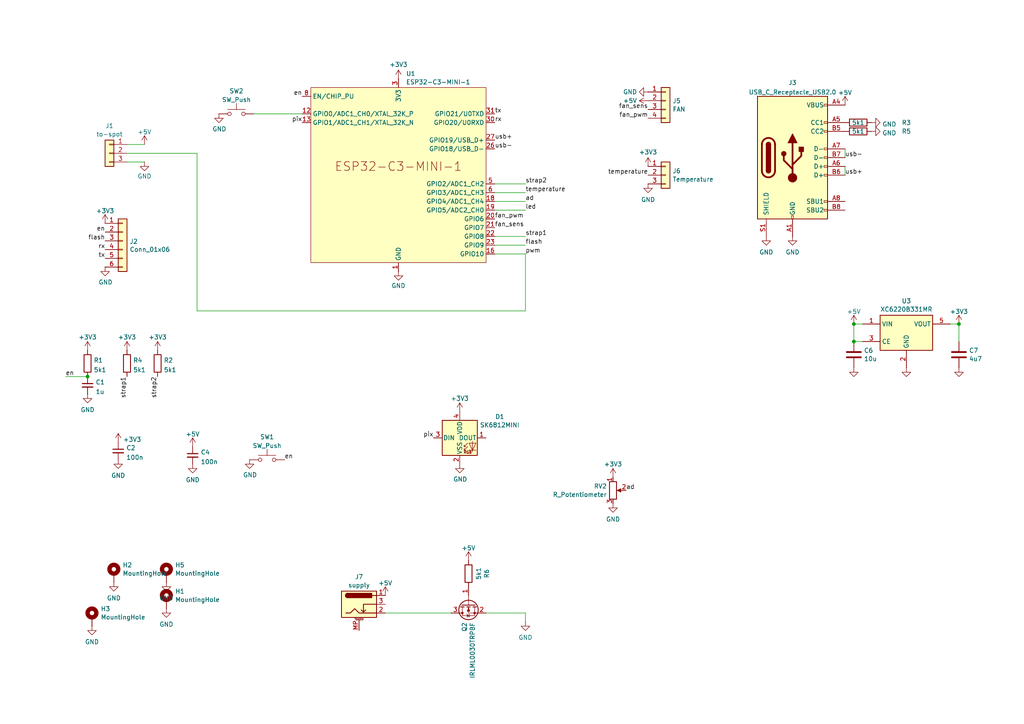
<source format=kicad_sch>
(kicad_sch (version 20231120) (generator "eeschema") (generator_version "8.0")
  (paper "A4")
  (lib_symbols
    (symbol "0_aaaaa_yeah:R" (pin_numbers hide) (pin_names (offset 0))
      (property "Reference" "R" (at 2.032 0 90))
      (property "Value" "R" (at 0 0 90))
      (symbol "R_0_1"
        (rectangle (start -1.016 -2.54) (end 1.016 2.54) (stroke (width 0.254)))
      )
      (symbol "R_1_1"
        (pin passive line (at 0 3.81 270) (length 1.27) (name "~") (number "1"))
        (pin passive line (at 0 -3.81 90) (length 1.27) (name "~") (number "2"))
      )
    )
    (symbol "Anyma_Library:IRLML2502PBF" (pin_names (offset 0) hide)
      (property "Reference" "Q" (at 5.08 1.905 0))
      (property "Value" "IRLML2502PBF" (at 5.08 0 0))
      (symbol "IRLML2502PBF_0_1"
        (polyline (pts (xy -2.54 0) (xy 0.254 0)))
        (polyline (pts (xy 0.762 -1.778) (xy 2.54 -1.778)))
        (polyline (pts (xy 0.762 -1.27) (xy 0.762 -2.286)) (stroke (width 0.254)))
        (polyline (pts (xy 0.762 0) (xy 2.54 0)))
        (polyline (pts (xy 0.762 0.508) (xy 0.762 -0.508)) (stroke (width 0.254)))
        (polyline (pts (xy 0.762 1.778) (xy 2.54 1.778)))
        (polyline (pts (xy 0.762 2.286) (xy 0.762 1.27)) (stroke (width 0.254)))
        (polyline (pts (xy 2.54 -1.778) (xy 2.54 -2.54)))
        (polyline (pts (xy 2.54 -1.778) (xy 2.54 0)))
        (polyline (pts (xy 2.54 2.54) (xy 2.54 1.778)))
        (polyline (pts (xy 0.254 1.905) (xy 0.254 -1.905) (xy 0.254 -1.905)) (stroke (width 0.254)))
        (polyline (pts (xy 1.016 0) (xy 2.032 0.381) (xy 2.032 -0.381) (xy 1.016 0)) (fill (type outline)))
        (polyline (pts (xy 2.54 -1.778) (xy 3.302 -1.778) (xy 3.302 1.778) (xy 2.54 1.778)))
        (polyline (pts (xy 2.794 0.508) (xy 2.921 0.381) (xy 3.683 0.381) (xy 3.81 0.254)))
        (polyline (pts (xy 3.302 0.381) (xy 2.921 -0.254) (xy 3.683 -0.254) (xy 3.302 0.381)))
        (circle (center 1.651 0) (radius 2.8194) (stroke (width 0.254)))
        (circle (center 2.54 -1.778) (radius 0.2794) (fill (type outline)))
        (circle (center 2.54 1.778) (radius 0.2794) (fill (type outline)))
      )
      (symbol "IRLML2502PBF_1_1"
        (pin input line (at -5.08 0 0) (length 2.54) (name "G") (number "1"))
        (pin passive line (at 2.54 -5.08 90) (length 2.54) (name "S") (number "2"))
        (pin passive line (at 2.54 5.08 270) (length 2.54) (name "D") (number "3"))
      )
    )
    (symbol "Connector:Barrel_Jack_Switch_MountingPin" (pin_names hide)
      (property "Reference" "J" (at 0 5.334 0))
      (property "Value" "Barrel_Jack_Switch_MountingPin" (at 1.27 -6.35 0))
      (symbol "Barrel_Jack_Switch_MountingPin_0_1"
        (rectangle (start -5.08 3.81) (end 5.08 -3.81) (stroke (width 0.254)) (fill (type background)))
        (arc (start -3.302 3.175) (mid -3.9343 2.54) (end -3.302 1.905) (stroke (width 0.254)))
        (arc (start -3.302 3.175) (mid -3.9343 2.54) (end -3.302 1.905) (stroke (width 0.254)) (fill (type outline)))
        (polyline (pts (xy 1.27 -2.286) (xy 1.905 -1.651)) (stroke (width 0.254)))
        (polyline (pts (xy 5.08 2.54) (xy 3.81 2.54)) (stroke (width 0.254)))
        (polyline (pts (xy 5.08 0) (xy 1.27 0) (xy 1.27 -2.286) (xy 0.635 -1.651)) (stroke (width 0.254)))
        (polyline (pts (xy -3.81 -2.54) (xy -2.54 -2.54) (xy -1.27 -1.27) (xy 0 -2.54) (xy 2.54 -2.54) (xy 5.08 -2.54)) (stroke (width 0.254)))
        (rectangle (start 3.683 3.175) (end -3.302 1.905) (stroke (width 0.254)) (fill (type outline)))
      )
      (symbol "Barrel_Jack_Switch_MountingPin_1_1"
        (polyline (pts (xy -1.016 -4.572) (xy 1.016 -4.572)) (stroke (width 0.1524)))
        (text "Mounting" (at 0 -4.191 0) (effects (font (size 0.381 0.381))))
        (pin passive line (at 7.62 2.54 180) (length 2.54) (name "~") (number "1"))
        (pin passive line (at 7.62 -2.54 180) (length 2.54) (name "~") (number "2"))
        (pin passive line (at 7.62 0 180) (length 2.54) (name "~") (number "3"))
        (pin passive line (at 0 -7.62 90) (length 3.048) (name "MountPin") (number "MP"))
      )
    )
    (symbol "Connector:USB_C_Receptacle_USB2.0" (pin_names (offset 1.016))
      (property "Reference" "J" (at -10.16 19.05 0))
      (property "Value" "USB_C_Receptacle_USB2.0" (at 19.05 19.05 0))
      (symbol "USB_C_Receptacle_USB2.0_0_0"
        (rectangle (start -0.254 -17.78) (end 0.254 -16.764))
        (rectangle (start 10.16 -14.986) (end 9.144 -15.494))
        (rectangle (start 10.16 -12.446) (end 9.144 -12.954))
        (rectangle (start 10.16 -4.826) (end 9.144 -5.334))
        (rectangle (start 10.16 -2.286) (end 9.144 -2.794))
        (rectangle (start 10.16 0.254) (end 9.144 -0.254))
        (rectangle (start 10.16 2.794) (end 9.144 2.286))
        (rectangle (start 10.16 7.874) (end 9.144 7.366))
        (rectangle (start 10.16 10.414) (end 9.144 9.906))
        (rectangle (start 10.16 15.494) (end 9.144 14.986))
      )
      (symbol "USB_C_Receptacle_USB2.0_0_1"
        (rectangle (start -10.16 17.78) (end 10.16 -17.78) (stroke (width 0.254)) (fill (type background)))
        (arc (start -8.89 -3.81) (mid -6.985 -5.7066) (end -5.08 -3.81) (stroke (width 0.508)))
        (arc (start -7.62 -3.81) (mid -6.985 -4.4422) (end -6.35 -3.81) (stroke (width 0.254)))
        (arc (start -7.62 -3.81) (mid -6.985 -4.4422) (end -6.35 -3.81) (stroke (width 0.254)) (fill (type outline)))
        (rectangle (start -7.62 -3.81) (end -6.35 3.81) (stroke (width 0.254)) (fill (type outline)))
        (arc (start -6.35 3.81) (mid -6.985 4.4422) (end -7.62 3.81) (stroke (width 0.254)))
        (arc (start -6.35 3.81) (mid -6.985 4.4422) (end -7.62 3.81) (stroke (width 0.254)) (fill (type outline)))
        (arc (start -5.08 3.81) (mid -6.985 5.7066) (end -8.89 3.81) (stroke (width 0.508)))
        (circle (center -2.54 1.143) (radius 0.635) (stroke (width 0.254)) (fill (type outline)))
        (circle (center 0 -5.842) (radius 1.27) (fill (type outline)))
        (polyline (pts (xy -8.89 -3.81) (xy -8.89 3.81)) (stroke (width 0.508)))
        (polyline (pts (xy -5.08 3.81) (xy -5.08 -3.81)) (stroke (width 0.508)))
        (polyline (pts (xy 0 -5.842) (xy 0 4.318)) (stroke (width 0.508)))
        (polyline (pts (xy 0 -3.302) (xy -2.54 -0.762) (xy -2.54 0.508)) (stroke (width 0.508)))
        (polyline (pts (xy 0 -2.032) (xy 2.54 0.508) (xy 2.54 1.778)) (stroke (width 0.508)))
        (polyline (pts (xy -1.27 4.318) (xy 0 6.858) (xy 1.27 4.318) (xy -1.27 4.318)) (stroke (width 0.254)) (fill (type outline)))
        (rectangle (start 1.905 1.778) (end 3.175 3.048) (stroke (width 0.254)) (fill (type outline)))
      )
      (symbol "USB_C_Receptacle_USB2.0_1_1"
        (pin passive line (at 0 -22.86 90) (length 5.08) (name "GND") (number "A1"))
        (pin passive line (at 0 -22.86 90) (length 5.08) hide (name "GND") (number "A12"))
        (pin passive line (at 15.24 15.24 180) (length 5.08) (name "VBUS") (number "A4"))
        (pin bidirectional line (at 15.24 10.16 180) (length 5.08) (name "CC1") (number "A5"))
        (pin bidirectional line (at 15.24 -2.54 180) (length 5.08) (name "D+") (number "A6"))
        (pin bidirectional line (at 15.24 2.54 180) (length 5.08) (name "D-") (number "A7"))
        (pin bidirectional line (at 15.24 -12.7 180) (length 5.08) (name "SBU1") (number "A8"))
        (pin passive line (at 15.24 15.24 180) (length 5.08) hide (name "VBUS") (number "A9"))
        (pin passive line (at 0 -22.86 90) (length 5.08) hide (name "GND") (number "B1"))
        (pin passive line (at 0 -22.86 90) (length 5.08) hide (name "GND") (number "B12"))
        (pin passive line (at 15.24 15.24 180) (length 5.08) hide (name "VBUS") (number "B4"))
        (pin bidirectional line (at 15.24 7.62 180) (length 5.08) (name "CC2") (number "B5"))
        (pin bidirectional line (at 15.24 -5.08 180) (length 5.08) (name "D+") (number "B6"))
        (pin bidirectional line (at 15.24 0 180) (length 5.08) (name "D-") (number "B7"))
        (pin bidirectional line (at 15.24 -15.24 180) (length 5.08) (name "SBU2") (number "B8"))
        (pin passive line (at 15.24 15.24 180) (length 5.08) hide (name "VBUS") (number "B9"))
        (pin passive line (at -7.62 -22.86 90) (length 5.08) (name "SHIELD") (number "S1"))
      )
    )
    (symbol "Connector_Generic:Conn_01x03" (pin_names (offset 1.016) hide)
      (property "Reference" "J" (at 0 5.08 0))
      (property "Value" "Conn_01x03" (at 0 -5.08 0))
      (symbol "Conn_01x03_1_1"
        (rectangle (start -1.27 -2.413) (end 0 -2.667) (stroke (width 0.1524)))
        (rectangle (start -1.27 0.127) (end 0 -0.127) (stroke (width 0.1524)))
        (rectangle (start -1.27 2.667) (end 0 2.413) (stroke (width 0.1524)))
        (rectangle (start -1.27 3.81) (end 1.27 -3.81) (stroke (width 0.254)) (fill (type background)))
        (pin passive line (at -5.08 2.54 0) (length 3.81) (name "Pin_1") (number "1"))
        (pin passive line (at -5.08 0 0) (length 3.81) (name "Pin_2") (number "2"))
        (pin passive line (at -5.08 -2.54 0) (length 3.81) (name "Pin_3") (number "3"))
      )
    )
    (symbol "Connector_Generic:Conn_01x04" (pin_names (offset 1.016) hide)
      (property "Reference" "J" (at 0 5.08 0))
      (property "Value" "Conn_01x04" (at 0 -7.62 0))
      (symbol "Conn_01x04_1_1"
        (rectangle (start -1.27 -4.953) (end 0 -5.207) (stroke (width 0.1524)))
        (rectangle (start -1.27 -2.413) (end 0 -2.667) (stroke (width 0.1524)))
        (rectangle (start -1.27 0.127) (end 0 -0.127) (stroke (width 0.1524)))
        (rectangle (start -1.27 2.667) (end 0 2.413) (stroke (width 0.1524)))
        (rectangle (start -1.27 3.81) (end 1.27 -6.35) (stroke (width 0.254)) (fill (type background)))
        (pin passive line (at -5.08 2.54 0) (length 3.81) (name "Pin_1") (number "1"))
        (pin passive line (at -5.08 0 0) (length 3.81) (name "Pin_2") (number "2"))
        (pin passive line (at -5.08 -2.54 0) (length 3.81) (name "Pin_3") (number "3"))
        (pin passive line (at -5.08 -5.08 0) (length 3.81) (name "Pin_4") (number "4"))
      )
    )
    (symbol "Connector_Generic:Conn_01x06" (pin_names (offset 1.016) hide)
      (property "Reference" "J" (at 0 7.62 0))
      (property "Value" "Conn_01x06" (at 0 -10.16 0))
      (symbol "Conn_01x06_1_1"
        (rectangle (start -1.27 -7.493) (end 0 -7.747) (stroke (width 0.1524)))
        (rectangle (start -1.27 -4.953) (end 0 -5.207) (stroke (width 0.1524)))
        (rectangle (start -1.27 -2.413) (end 0 -2.667) (stroke (width 0.1524)))
        (rectangle (start -1.27 0.127) (end 0 -0.127) (stroke (width 0.1524)))
        (rectangle (start -1.27 2.667) (end 0 2.413) (stroke (width 0.1524)))
        (rectangle (start -1.27 5.207) (end 0 4.953) (stroke (width 0.1524)))
        (rectangle (start -1.27 6.35) (end 1.27 -8.89) (stroke (width 0.254)) (fill (type background)))
        (pin passive line (at -5.08 5.08 0) (length 3.81) (name "Pin_1") (number "1"))
        (pin passive line (at -5.08 2.54 0) (length 3.81) (name "Pin_2") (number "2"))
        (pin passive line (at -5.08 0 0) (length 3.81) (name "Pin_3") (number "3"))
        (pin passive line (at -5.08 -2.54 0) (length 3.81) (name "Pin_4") (number "4"))
        (pin passive line (at -5.08 -5.08 0) (length 3.81) (name "Pin_5") (number "5"))
        (pin passive line (at -5.08 -7.62 0) (length 3.81) (name "Pin_6") (number "6"))
      )
    )
    (symbol "Device:C" (pin_numbers hide) (pin_names (offset 0.254))
      (property "Reference" "C" (at 0.635 2.54 0))
      (property "Value" "C" (at 0.635 -2.54 0))
      (symbol "C_0_1"
        (polyline (pts (xy -2.032 -0.762) (xy 2.032 -0.762)) (stroke (width 0.508)))
        (polyline (pts (xy -2.032 0.762) (xy 2.032 0.762)) (stroke (width 0.508)))
      )
      (symbol "C_1_1"
        (pin passive line (at 0 3.81 270) (length 2.794) (name "~") (number "1"))
        (pin passive line (at 0 -3.81 90) (length 2.794) (name "~") (number "2"))
      )
    )
    (symbol "Device:R" (pin_numbers hide) (pin_names (offset 0))
      (property "Reference" "R" (at 2.032 0 90))
      (property "Value" "R" (at 0 0 90))
      (symbol "R_0_1"
        (rectangle (start -1.016 -2.54) (end 1.016 2.54) (stroke (width 0.254)))
      )
      (symbol "R_1_1"
        (pin passive line (at 0 3.81 270) (length 1.27) (name "~") (number "1"))
        (pin passive line (at 0 -3.81 90) (length 1.27) (name "~") (number "2"))
      )
    )
    (symbol "Device:R_Potentiometer" (pin_names (offset 1.016) hide)
      (property "Reference" "RV" (at -4.445 0 90))
      (property "Value" "R_Potentiometer" (at -2.54 0 90))
      (symbol "R_Potentiometer_0_1"
        (polyline (pts (xy 2.54 0) (xy 1.524 0)))
        (polyline (pts (xy 1.143 0) (xy 2.286 0.508) (xy 2.286 -0.508) (xy 1.143 0)) (fill (type outline)))
        (rectangle (start 1.016 2.54) (end -1.016 -2.54) (stroke (width 0.254)))
      )
      (symbol "R_Potentiometer_1_1"
        (pin passive line (at 0 3.81 270) (length 1.27) (name "1") (number "1"))
        (pin passive line (at 3.81 0 180) (length 1.27) (name "2") (number "2"))
        (pin passive line (at 0 -3.81 90) (length 1.27) (name "3") (number "3"))
      )
    )
    (symbol "Mechanical:MountingHole_Pad" (pin_numbers hide) (pin_names (offset 1.016) hide) (exclude_from_sim yes) (in_bom no)
      (property "Reference" "H" (at 0 6.35 0))
      (property "Value" "MountingHole_Pad" (at 0 4.445 0))
      (symbol "MountingHole_Pad_0_1"
        (circle (center 0 1.27) (radius 1.27) (stroke (width 1.27)))
      )
      (symbol "MountingHole_Pad_1_1"
        (pin input line (at 0 -2.54 90) (length 2.54) (name "1") (number "1"))
      )
    )
    (symbol "PCM_Espressif:ESP32-C3-MINI-1"
      (property "Reference" "U" (at -25.4 30.48 0))
      (property "Value" "ESP32-C3-MINI-1" (at -25.4 27.94 0))
      (symbol "ESP32-C3-MINI-1_0_0"
        (text "ESP32-C3-MINI-1" (at 0 2.54 0) (effects (font (size 2.54 2.54))))
      )
      (symbol "ESP32-C3-MINI-1_0_1"
        (rectangle (start -25.4 25.4) (end 25.4 -25.4) (fill (type background)))
      )
      (symbol "ESP32-C3-MINI-1_1_1"
        (pin power_in line (at 0 -27.94 90) (length 2.54) (name "GND") (number "1"))
        (pin no_connect line (at -25.4 2.54 0) (length 2.54) hide (name "NC") (number "10"))
        (pin passive line (at 0 -27.94 90) (length 2.54) hide (name "GND") (number "11"))
        (pin bidirectional line (at -27.94 17.78 0) (length 2.54) (name "GPIO0/ADC1_CH0/XTAL_32K_P") (number "12"))
        (pin bidirectional line (at -27.94 15.24 0) (length 2.54) (name "GPIO1/ADC1_CH1/XTAL_32K_N") (number "13"))
        (pin passive line (at 0 -27.94 90) (length 2.54) hide (name "GND") (number "14"))
        (pin no_connect line (at -25.4 0 0) (length 2.54) hide (name "NC") (number "15"))
        (pin bidirectional line (at 27.94 -22.86 180) (length 2.54) (name "GPIO10") (number "16"))
        (pin no_connect line (at -25.4 -2.54 0) (length 2.54) hide (name "NC") (number "17"))
        (pin bidirectional line (at 27.94 -7.62 180) (length 2.54) (name "GPIO4/ADC1_CH4") (number "18"))
        (pin bidirectional line (at 27.94 -10.16 180) (length 2.54) (name "GPIO5/ADC2_CH0") (number "19"))
        (pin passive line (at 0 -27.94 90) (length 2.54) hide (name "GND") (number "2"))
        (pin bidirectional line (at 27.94 -12.7 180) (length 2.54) (name "GPIO6") (number "20"))
        (pin bidirectional line (at 27.94 -15.24 180) (length 2.54) (name "GPIO7") (number "21"))
        (pin bidirectional line (at 27.94 -17.78 180) (length 2.54) (name "GPIO8") (number "22"))
        (pin bidirectional line (at 27.94 -20.32 180) (length 2.54) (name "GPIO9") (number "23"))
        (pin no_connect line (at -25.4 -5.08 0) (length 2.54) hide (name "NC") (number "24"))
        (pin no_connect line (at -25.4 -7.62 0) (length 2.54) hide (name "NC") (number "25"))
        (pin bidirectional line (at 27.94 7.62 180) (length 2.54) (name "GPIO18/USB_D-") (number "26"))
        (pin bidirectional line (at 27.94 10.16 180) (length 2.54) (name "GPIO19/USB_D+") (number "27"))
        (pin no_connect line (at -25.4 -10.16 0) (length 2.54) hide (name "NC") (number "28"))
        (pin no_connect line (at -25.4 -12.7 0) (length 2.54) hide (name "NC") (number "29"))
        (pin power_in line (at 0 27.94 270) (length 2.54) (name "3V3") (number "3"))
        (pin bidirectional line (at 27.94 15.24 180) (length 2.54) (name "GPIO20/U0RXD") (number "30"))
        (pin bidirectional line (at 27.94 17.78 180) (length 2.54) (name "GPIO21/U0TXD") (number "31"))
        (pin no_connect line (at -25.4 -15.24 0) (length 2.54) hide (name "NC") (number "32"))
        (pin no_connect line (at -25.4 -17.78 0) (length 2.54) hide (name "NC") (number "33"))
        (pin no_connect line (at -25.4 -20.32 0) (length 2.54) hide (name "NC") (number "34"))
        (pin no_connect line (at -25.4 -22.86 0) (length 2.54) hide (name "NC") (number "35"))
        (pin passive line (at 0 -27.94 90) (length 2.54) hide (name "GND") (number "36"))
        (pin passive line (at 0 -27.94 90) (length 2.54) hide (name "GND") (number "37"))
        (pin passive line (at 0 -27.94 90) (length 2.54) hide (name "GND") (number "38"))
        (pin passive line (at 0 -27.94 90) (length 2.54) hide (name "GND") (number "39"))
        (pin no_connect line (at -25.4 10.16 0) (length 2.54) hide (name "NC") (number "4"))
        (pin passive line (at 0 -27.94 90) (length 2.54) hide (name "GND") (number "40"))
        (pin passive line (at 0 -27.94 90) (length 2.54) hide (name "GND") (number "41"))
        (pin passive line (at 0 -27.94 90) (length 2.54) hide (name "GND") (number "42"))
        (pin passive line (at 0 -27.94 90) (length 2.54) hide (name "GND") (number "43"))
        (pin passive line (at 0 -27.94 90) (length 2.54) hide (name "GND") (number "44"))
        (pin passive line (at 0 -27.94 90) (length 2.54) hide (name "GND") (number "45"))
        (pin passive line (at 0 -27.94 90) (length 2.54) hide (name "GND") (number "46"))
        (pin passive line (at 0 -27.94 90) (length 2.54) hide (name "GND") (number "47"))
        (pin passive line (at 0 -27.94 90) (length 2.54) hide (name "GND") (number "48"))
        (pin passive line (at 0 -27.94 90) (length 2.54) hide (name "GND") (number "49"))
        (pin bidirectional line (at 27.94 -2.54 180) (length 2.54) (name "GPIO2/ADC1_CH2") (number "5"))
        (pin passive line (at 0 -27.94 90) (length 2.54) hide (name "GND") (number "50"))
        (pin passive line (at 0 -27.94 90) (length 2.54) hide (name "GND") (number "51"))
        (pin passive line (at 0 -27.94 90) (length 2.54) hide (name "GND") (number "52"))
        (pin passive line (at 0 -27.94 90) (length 2.54) hide (name "GND") (number "53"))
        (pin bidirectional line (at 27.94 -5.08 180) (length 2.54) (name "GPIO3/ADC1_CH3") (number "6"))
        (pin no_connect line (at -25.4 7.62 0) (length 2.54) hide (name "NC") (number "7"))
        (pin input line (at -27.94 22.86 0) (length 2.54) (name "EN/CHIP_PU") (number "8"))
        (pin no_connect line (at -25.4 5.08 0) (length 2.54) hide (name "NC") (number "9"))
      )
    )
    (symbol "Regulator_Linear:XC6220B331MR"
      (property "Reference" "U" (at 0 8.89 0))
      (property "Value" "XC6220B331MR" (at 0 6.35 0))
      (symbol "XC6220B331MR_0_1"
        (rectangle (start -7.62 5.08) (end 7.62 -5.08) (stroke (width 0.254)) (fill (type background)))
      )
      (symbol "XC6220B331MR_1_1"
        (pin power_in line (at -12.7 2.54 0) (length 5.08) (name "VIN") (number "1"))
        (pin power_in line (at 0 -10.16 90) (length 5.08) (name "GND") (number "2"))
        (pin input line (at -12.7 -2.54 0) (length 5.08) (name "CE") (number "3"))
        (pin no_connect line (at 7.62 -2.54 180) (length 5.08) hide (name "NC") (number "4"))
        (pin power_out line (at 12.7 2.54 180) (length 5.08) (name "VOUT") (number "5"))
      )
    )
    (symbol "nime2020-library:SW_Push" (pin_numbers hide) (pin_names (offset 1.016) hide)
      (property "Reference" "SW" (at 1.27 2.54 0))
      (property "Value" "SW_Push" (at 0 -1.524 0))
      (symbol "SW_Push_0_1"
        (circle (center -2.032 0) (radius 0.508))
        (polyline (pts (xy 0 1.27) (xy 0 3.048)))
        (polyline (pts (xy 2.54 1.27) (xy -2.54 1.27)))
        (circle (center 2.032 0) (radius 0.508))
        (pin passive line (at -5.08 0 0) (length 2.54) (name "1") (number "1"))
        (pin passive line (at 5.08 0 180) (length 2.54) (name "2") (number "2"))
      )
    )
    (symbol "power:+3V3" (power) (pin_numbers hide) (pin_names (offset 0) hide)
      (property "Value" "+3V3" (at 0 3.556 0))
      (symbol "+3V3_0_1"
        (polyline (pts (xy -0.762 1.27) (xy 0 2.54)))
        (polyline (pts (xy 0 0) (xy 0 2.54)))
        (polyline (pts (xy 0 2.54) (xy 0.762 1.27)))
      )
      (symbol "+3V3_1_1"
        (pin power_in line (at 0 0 90) (length 0) (name "~") (number "1"))
      )
    )
    (symbol "power:+5V" (power) (pin_names (offset 0))
      (property "Value" "+5V" (at 0 3.556 0))
      (symbol "+5V_0_1"
        (polyline (pts (xy -0.762 1.27) (xy 0 2.54)))
        (polyline (pts (xy 0 0) (xy 0 2.54)))
        (polyline (pts (xy 0 2.54) (xy 0.762 1.27)))
      )
      (symbol "+5V_1_1"
        (pin power_in line (at 0 0 90) (length 0) hide (name "+5V") (number "1"))
      )
    )
    (symbol "power:GND" (power) (pin_numbers hide) (pin_names (offset 0) hide)
      (property "Value" "GND" (at 0 -3.81 0))
      (symbol "GND_0_1"
        (polyline (pts (xy 0 0) (xy 0 -1.27) (xy 1.27 -1.27) (xy 0 -2.54) (xy -1.27 -1.27) (xy 0 -1.27)))
      )
      (symbol "GND_1_1"
        (pin power_in line (at 0 0 270) (length 0) (name "~") (number "1"))
      )
    )
    (symbol "synkie_symbols:C_Small" (pin_numbers hide) (pin_names (offset 0.254) hide)
      (property "Reference" "C" (at 0.254 1.778 0))
      (property "Value" "C_Small" (at 0.254 -2.032 0))
      (symbol "C_Small_0_1"
        (polyline (pts (xy -1.524 -0.508) (xy 1.524 -0.508)) (stroke (width 0.3302)))
        (polyline (pts (xy -1.524 0.508) (xy 1.524 0.508)) (stroke (width 0.3048)))
      )
      (symbol "C_Small_1_1"
        (pin passive line (at 0 2.54 270) (length 2.032) (name "~") (number "1"))
        (pin passive line (at 0 -2.54 90) (length 2.032) (name "~") (number "2"))
      )
    )
    (symbol "synkie_symbols:SK6812MINI" (pin_names (offset 0.254))
      (property "Reference" "D" (at 5.08 5.715 0))
      (property "Value" "SK6812MINI" (at 1.27 -5.715 0))
      (symbol "SK6812MINI_0_0"
        (text "RGB" (at 2.286 -4.191 0) (effects (font (size 0.762 0.762))))
      )
      (symbol "SK6812MINI_0_1"
        (polyline (pts (xy 1.27 -3.556) (xy 1.778 -3.556)))
        (polyline (pts (xy 1.27 -2.54) (xy 1.778 -2.54)))
        (polyline (pts (xy 4.699 -3.556) (xy 2.667 -3.556)))
        (polyline (pts (xy 2.286 -2.54) (xy 1.27 -3.556) (xy 1.27 -3.048)))
        (polyline (pts (xy 2.286 -1.524) (xy 1.27 -2.54) (xy 1.27 -2.032)))
        (polyline (pts (xy 3.683 -1.016) (xy 3.683 -3.556) (xy 3.683 -4.064)))
        (polyline (pts (xy 4.699 -1.524) (xy 2.667 -1.524) (xy 3.683 -3.556) (xy 4.699 -1.524)))
        (rectangle (start 5.08 5.08) (end -5.08 -5.08) (stroke (width 0.254)) (fill (type background)))
      )
      (symbol "SK6812MINI_1_1"
        (pin output line (at 7.62 0 180) (length 2.54) (name "DOUT") (number "1"))
        (pin power_in line (at 0 -7.62 90) (length 2.54) (name "VSS") (number "2"))
        (pin input line (at -7.62 0 0) (length 2.54) (name "DIN") (number "3"))
        (pin power_in line (at 0 7.62 270) (length 2.54) (name "VDD") (number "4"))
      )
    )
  )
  (junction (at 25.4 109.22))
  (junction (at 278.13 93.98))
  (junction (at 247.65 99.06))
  (junction (at 247.65 93.98))
  (wire (pts (xy 19.05 109.22) (xy 25.4 109.22)))
  (wire (pts (xy 57.15 90.17) (xy 57.15 44.45)))
  (wire (pts (xy 140.97 177.8) (xy 152.4 177.8)))
  (wire (pts (xy 73.66 33.02) (xy 87.63 33.02)))
  (wire (pts (xy 57.15 44.45) (xy 36.83 44.45)))
  (wire (pts (xy 152.4 53.34) (xy 143.51 53.34)))
  (wire (pts (xy 143.51 60.96) (xy 152.4 60.96)))
  (wire (pts (xy 278.13 93.98) (xy 278.13 99.06)))
  (wire (pts (xy 36.83 41.91) (xy 41.91 41.91)))
  (wire (pts (xy 152.4 177.8) (xy 152.4 180.34)))
  (wire (pts (xy 152.4 90.17) (xy 57.15 90.17)))
  (wire (pts (xy 245.11 48.26) (xy 245.11 50.8)))
  (wire (pts (xy 247.65 93.98) (xy 250.19 93.98)))
  (wire (pts (xy 247.65 99.06) (xy 247.65 93.98)))
  (wire (pts (xy 143.51 71.12) (xy 152.4 71.12)))
  (wire (pts (xy 275.59 93.98) (xy 278.13 93.98)))
  (wire (pts (xy 143.51 55.88) (xy 152.4 55.88)))
  (wire (pts (xy 143.51 73.66) (xy 152.4 73.66)))
  (wire (pts (xy 152.4 73.66) (xy 152.4 90.17)))
  (wire (pts (xy 152.4 68.58) (xy 143.51 68.58)))
  (wire (pts (xy 111.76 177.8) (xy 130.81 177.8)))
  (wire (pts (xy 245.11 43.18) (xy 245.11 45.72)))
  (wire (pts (xy 250.19 99.06) (xy 247.65 99.06)))
  (wire (pts (xy 143.51 58.42) (xy 152.4 58.42)))
  (wire (pts (xy 36.83 46.99) (xy 41.91 46.99)))
  (label "temperature" (at 187.96 50.8 180))
  (label "fan_sens" (at 143.51 66.04 0))
  (label "fan_sens" (at 187.96 31.75 180))
  (label "ad" (at 181.61 142.24 0))
  (label "usb-" (at 245.11 45.72 0))
  (label "en" (at 87.63 27.94 180))
  (label "fan_pwm" (at 187.96 34.29 180))
  (label "pwm" (at 152.4 73.66 0))
  (label "pix" (at 87.63 35.56 180))
  (label "tx" (at 143.51 33.02 0))
  (label "strap2" (at 152.4 53.34 0))
  (label "usb+" (at 143.51 40.64 0))
  (label "rx" (at 143.51 35.56 0))
  (label "en" (at 19.05 109.22 0))
  (label "en" (at 82.55 133.35 0))
  (label "flash" (at 30.48 69.85 180))
  (label "tx" (at 30.48 74.93 180))
  (label "strap1" (at 36.83 109.22 270))
  (label "temperature" (at 152.4 55.88 0))
  (label "fan_pwm" (at 143.51 63.5 0))
  (label "strap1" (at 152.4 68.58 0))
  (label "strap2" (at 45.72 109.22 270))
  (label "usb+" (at 245.11 50.8 0))
  (label "usb-" (at 143.51 43.18 0))
  (label "ad" (at 152.4 58.42 0))
  (label "flash" (at 152.4 71.12 0))
  (label "en" (at 30.48 67.31 180))
  (label "rx" (at 30.48 72.39 180))
  (label "led" (at 152.4 60.96 0))
  (label "pix" (at 125.73 127 180))
  (symbol (lib_id "power:GND") (at 187.96 26.67 270) (unit 1)
    (property "Reference" "#PWR017" (effects (hide yes)))
    (property "Value" "GND" (at 184.7851 26.67 90) (effects (justify right)))
  )
  (symbol (lib_id "power:+5V") (at 41.91 41.91 0) (unit 1)
    (property "Reference" "#PWR010" (effects (hide yes)))
    (property "Value" "+5V" (at 41.91 38.3055 0))
  )
  (symbol (lib_id "Anyma_Library:IRLML2502PBF") (at 135.89 175.26 90) (mirror x) (unit 1)
    (property "Reference" "Q2" (at 134.7216 180.4924 0) (effects (justify left)))
    (property "Value" "IRLML0030TRPBF" (at 137.033 180.4924 0) (effects (justify left)))
    (property "Footprint" "Package_TO_SOT_SMD:SOT-23" (effects (hide yes)))
    (property "Datasheet" "https://www.infineon.com/dgdl/irlml2502.pdf?fileId=5546d462533600a401535667f44d2602" (effects (hide yes)))
  )
  (symbol (lib_id "power:GND") (at 247.65 106.68 0) (mirror y) (unit 1)
    (property "Reference" "#PWR041" (effects (hide yes)))
    (property "Value" "GND" (effects (hide yes)))
  )
  (symbol (lib_id "Regulator_Linear:XC6220B331MR") (at 262.89 96.52 0) (unit 1)
    (property "Reference" "U3" (at 262.89 87.2955 0))
    (property "Value" "XC6220B331MR" (at 262.89 89.7198 0))
    (property "Footprint" "Package_TO_SOT_SMD:SOT-23-5" (effects (hide yes)))
    (property "Datasheet" "https://www.torexsemi.com/file/xc6220/XC6220.pdf" (effects (hide yes)))
    (property "Description" "1A, Low Drop-out Voltage Regulator, Fixed Output 3.3V, SOT-23-5" (effects (hide yes)))
  )
  (symbol (lib_id "power:GND") (at 262.89 106.68 0) (mirror y) (unit 1)
    (property "Reference" "#PWR042" (effects (hide yes)))
    (property "Value" "GND" (effects (hide yes)))
  )
  (symbol (lib_id "PCM_Espressif:ESP32-C3-MINI-1") (at 115.57 50.8 0) (unit 1)
    (property "Reference" "U1" (at 117.7641 21.3825 0) (effects (justify left)))
    (property "Value" "ESP32-C3-MINI-1" (at 117.7641 23.8068 0) (effects (justify left)))
    (property "Footprint" "PCM_Espressif:ESP32-C3-MINI-1" (effects (hide yes)))
    (property "Datasheet" "https://www.espressif.com/sites/default/files/documentation/esp32-c3-mini-1_datasheet_en.pdf" (effects (hide yes)))
    (property "Description" "ESP32-C3-MINI-1 family is an ultra-low-power MCU-based SoC solution that supports 2.4 GHz Wi-Fi and Bluetooth®Low Energy (Bluetooth LE)." (effects (hide yes)))
  )
  (symbol (lib_id "power:+3V3") (at 30.48 64.77 0) (unit 1)
    (property "Reference" "#PWR03" (effects (hide yes)))
    (property "Value" "+3V3" (at 30.48 61.1655 0))
  )
  (symbol (lib_id "nime2020-library:SW_Push") (at 68.58 33.02 0) (unit 1)
    (property "Reference" "SW2" (at 68.58 26.3992 0))
    (property "Value" "SW_Push" (at 68.58 28.9361 0))
    (property "Footprint" "synkie_footprints:Alps_Tactile_Switch" (effects (hide yes)))
  )
  (symbol (lib_id "synkie_symbols:C_Small") (at 55.88 132.08 0) (unit 1)
    (property "Reference" "C4" (at 58.2041 131.1778 0) (effects (justify left)))
    (property "Value" "100n" (at 58.2041 133.9529 0) (effects (justify left)))
    (property "Footprint" "synkie_footprints:C_0603_1608Metric_Pad1.05x0.95mm_HandSolder" (effects (hide yes)))
  )
  (symbol (lib_id "power:+3V3") (at 34.29 128.27 0) (unit 1)
    (property "Reference" "#PWR020" (effects (hide yes)))
    (property "Value" "+3V3" (at 35.687 127.479 0) (effects (justify left)))
  )
  (symbol (lib_id "power:+3V3") (at 115.57 22.86 0) (unit 1)
    (property "Reference" "#PWR02" (effects (hide yes)))
    (property "Value" "+3V3" (at 115.57 18.7269 0))
    (property "Description" "Power symbol creates a global label with name \"+3V3\"" (effects (hide yes)))
  )
  (symbol (lib_id "power:GND") (at 177.8 146.05 0) (unit 1)
    (property "Reference" "#PWR036" (effects (hide yes)))
    (property "Value" "GND" (at 177.8 150.6125 0))
  )
  (symbol (lib_id "Device:R_Potentiometer") (at 177.8 142.24 0) (unit 1)
    (property "Reference" "RV2" (at 176.022 141.0278 0) (effects (justify right)))
    (property "Value" "R_Potentiometer" (at 176.022 143.4521 0) (effects (justify right)))
    (property "Footprint" "synkie_footprints:Potentiometer_Alps_RK09K_Single_Vertical" (effects (hide yes)))
    (property "Description" "Potentiometer" (effects (hide yes)))
  )
  (symbol (lib_id "power:GND") (at 55.88 134.62 0) (unit 1)
    (property "Reference" "#PWR025" (effects (hide yes)))
    (property "Value" "GND" (at 55.88 139.1825 0))
  )
  (symbol (lib_id "power:GND") (at 30.48 77.47 0) (unit 1)
    (property "Reference" "#PWR04" (effects (hide yes)))
    (property "Value" "GND" (at 30.607 81.8642 0))
  )
  (symbol (lib_id "power:+3V3") (at 133.35 119.38 0) (unit 1)
    (property "Reference" "#PWR022" (effects (hide yes)))
    (property "Value" "+3V3" (at 133.35 115.57 0))
  )
  (symbol (lib_id "power:+5V") (at 111.76 172.72 0) (mirror y) (unit 1)
    (property "Reference" "#PWR034" (effects (hide yes)))
    (property "Value" "+5V" (at 111.76 169.1155 0))
  )
  (symbol (lib_id "power:GND") (at 25.4 114.3 0) (unit 1)
    (property "Reference" "#PWR06" (effects (hide yes)))
    (property "Value" "GND" (at 25.4 118.8625 0))
  )
  (symbol (lib_id "power:GND") (at 34.29 133.35 0) (unit 1)
    (property "Reference" "#PWR021" (effects (hide yes)))
    (property "Value" "GND" (at 34.29 137.9125 0))
  )
  (symbol (lib_id "nime2020-library:SW_Push") (at 77.47 133.35 0) (unit 1)
    (property "Reference" "SW1" (at 77.47 126.7292 0))
    (property "Value" "SW_Push" (at 77.47 129.2661 0))
    (property "Footprint" "Button_Switch_SMD:SW_Push_1P1T_NO_CK_KMR2" (effects (hide yes)))
  )
  (symbol (lib_id "Connector_Generic:Conn_01x04") (at 193.04 29.21 0) (unit 1)
    (property "Reference" "J5" (at 195.072 29.2678 0) (effects (justify left)))
    (property "Value" "FAN" (at 195.072 31.6921 0) (effects (justify left)))
    (property "Footprint" "Connector_PinHeader_2.54mm:PinHeader_1x04_P2.54mm_Vertical" (effects (hide yes)))
    (property "Description" "Generic connector, single row, 01x04, script generated (kicad-library-utils/schlib/autogen/connector/)" (effects (hide yes)))
  )
  (symbol (lib_id "power:GND") (at 229.87 68.58 0) (unit 1)
    (property "Reference" "#PWR015" (effects (hide yes)))
    (property "Value" "GND" (at 229.87 73.1425 0))
  )
  (symbol (lib_id "power:GND") (at 26.67 181.61 0) (unit 1)
    (property "Reference" "#PWR028" (effects (hide yes)))
    (property "Value" "GND" (at 26.67 186.1725 0))
  )
  (symbol (lib_id "Device:R") (at 135.89 166.37 180) (unit 1)
    (property "Reference" "R6" (at 141.1478 166.37 90))
    (property "Value" "5k1" (at 138.8364 166.37 90))
    (property "Footprint" "Resistor_SMD:R_0805_2012Metric" (effects (hide yes)))
  )
  (symbol (lib_id "power:GND") (at 252.73 35.56 90) (unit 1)
    (property "Reference" "#PWR012" (effects (hide yes)))
    (property "Value" "GND" (at 255.905 36.039 90) (effects (justify right)))
  )
  (symbol (lib_id "power:GND") (at 115.57 78.74 0) (unit 1)
    (property "Reference" "#PWR01" (effects (hide yes)))
    (property "Value" "GND" (at 115.57 82.8731 0))
    (property "Description" "Power symbol creates a global label with name \"GND\" , ground" (effects (hide yes)))
  )
  (symbol (lib_id "power:GND") (at 63.5 33.02 0) (unit 1)
    (property "Reference" "#PWR032" (effects (hide yes)))
    (property "Value" "GND" (at 63.627 37.4142 0))
  )
  (symbol (lib_id "power:GND") (at 252.73 38.1 90) (unit 1)
    (property "Reference" "#PWR013" (effects (hide yes)))
    (property "Value" "GND" (at 255.905 38.579 90) (effects (justify right)))
  )
  (symbol (lib_id "Mechanical:MountingHole_Pad") (at 48.26 166.37 0) (unit 1) (exclude_from_sim yes) (in_bom no)
    (property "Reference" "H5" (at 50.8 163.8878 0) (effects (justify left)))
    (property "Value" "MountingHole" (at 50.8 166.3121 0) (effects (justify left)))
    (property "Footprint" "MountingHole:MountingHole_4.3mm_M4_DIN965_Pad" (effects (hide yes)))
    (property "Description" "Mounting Hole with connection" (effects (hide yes)))
  )
  (symbol (lib_id "power:+3V3") (at 25.4 101.6 0) (unit 1)
    (property "Reference" "#PWR05" (effects (hide yes)))
    (property "Value" "+3V3" (at 25.4 97.79 0))
  )
  (symbol (lib_id "power:GND") (at 48.26 168.91 0) (unit 1)
    (property "Reference" "#PWR031" (effects (hide yes)))
    (property "Value" "GND" (at 48.26 173.4725 0))
  )
  (symbol (lib_id "synkie_symbols:C_Small") (at 25.4 111.76 0) (unit 1)
    (property "Reference" "C1" (at 27.7241 110.8578 0) (effects (justify left)))
    (property "Value" "1u" (at 27.7241 113.6329 0) (effects (justify left)))
    (property "Footprint" "synkie_footprints:C_0603_1608Metric_Pad1.05x0.95mm_HandSolder" (effects (hide yes)))
  )
  (symbol (lib_id "power:+5V") (at 187.96 29.21 90) (unit 1)
    (property "Reference" "#PWR018" (effects (hide yes)))
    (property "Value" "+5V" (at 184.7851 29.21 90) (effects (justify left)))
  )
  (symbol (lib_id "synkie_symbols:C_Small") (at 34.29 130.81 0) (unit 1)
    (property "Reference" "C2" (at 36.6141 129.9078 0) (effects (justify left)))
    (property "Value" "100n" (at 36.6141 132.6829 0) (effects (justify left)))
    (property "Footprint" "synkie_footprints:C_0603_1608Metric_Pad1.05x0.95mm_HandSolder" (effects (hide yes)))
  )
  (symbol (lib_id "power:GND") (at 222.25 68.58 0) (unit 1)
    (property "Reference" "#PWR014" (effects (hide yes)))
    (property "Value" "GND" (at 222.25 73.1425 0))
  )
  (symbol (lib_id "power:+3V3") (at 45.72 101.6 0) (unit 1)
    (property "Reference" "#PWR07" (effects (hide yes)))
    (property "Value" "+3V3" (at 45.72 97.79 0))
  )
  (symbol (lib_id "Connector:USB_C_Receptacle_USB2.0") (at 229.87 45.72 0) (unit 1)
    (property "Reference" "J3" (at 229.87 23.9735 0))
    (property "Value" "USB_C_Receptacle_USB2.0" (at 229.87 26.7486 0))
    (property "Footprint" "synkie_footprints:JAE_USB-C_SJ122205" (effects (hide yes)))
    (property "Datasheet" "https://www.usb.org/sites/default/files/documents/usb_type-c.zip" (effects (hide yes)))
  )
  (symbol (lib_id "power:GND") (at 48.26 176.53 0) (unit 1)
    (property "Reference" "#PWR030" (effects (hide yes)))
    (property "Value" "GND" (at 48.26 181.0925 0))
  )
  (symbol (lib_id "power:GND") (at 152.4 180.34 0) (mirror y) (unit 1)
    (property "Reference" "#PWR026" (effects (hide yes)))
    (property "Value" "GND" (at 152.4 184.9025 0))
  )
  (symbol (lib_id "Device:R") (at 45.72 105.41 0) (unit 1)
    (property "Reference" "R2" (at 47.498 104.5015 0) (effects (justify left)))
    (property "Value" "5k1" (at 47.498 107.2766 0) (effects (justify left)))
    (property "Footprint" "synkie_footprints:R_0805_2012Metric_Pad1.15x1.40mm_HandSolder" (effects (hide yes)))
  )
  (symbol (lib_id "power:+5V") (at 247.65 93.98 0) (unit 1)
    (property "Reference" "#PWR016" (effects (hide yes)))
    (property "Value" "+5V" (at 247.65 90.3755 0))
  )
  (symbol (lib_id "power:GND") (at 133.35 134.62 0) (unit 1)
    (property "Reference" "#PWR019" (effects (hide yes)))
    (property "Value" "GND" (at 133.477 139.0142 0))
  )
  (symbol (lib_id "Mechanical:MountingHole_Pad") (at 26.67 179.07 0) (unit 1) (exclude_from_sim yes) (in_bom no)
    (property "Reference" "H3" (at 29.21 176.5878 0) (effects (justify left)))
    (property "Value" "MountingHole" (at 29.21 179.0121 0) (effects (justify left)))
    (property "Footprint" "MountingHole:MountingHole_4.3mm_M4_DIN965_Pad" (effects (hide yes)))
    (property "Description" "Mounting Hole with connection" (effects (hide yes)))
  )
  (symbol (lib_id "0_aaaaa_yeah:R") (at 248.92 35.56 90) (unit 1)
    (property "Reference" "R3" (at 262.89 35.56 90))
    (property "Value" "5k1" (at 248.92 35.56 90))
    (property "Footprint" "synkie_footprints:R_0805_2012Metric_Pad1.15x1.40mm_HandSolder" (effects (hide yes)))
  )
  (symbol (lib_id "power:GND") (at 33.02 168.91 0) (unit 1)
    (property "Reference" "#PWR029" (effects (hide yes)))
    (property "Value" "GND" (at 33.02 173.4725 0))
  )
  (symbol (lib_id "Connector_Generic:Conn_01x03") (at 193.04 50.8 0) (unit 1)
    (property "Reference" "J6" (at 195.072 49.5878 0) (effects (justify left)))
    (property "Value" "Temperature" (at 195.072 52.0121 0) (effects (justify left)))
    (property "Footprint" "Connector_PinHeader_2.54mm:PinHeader_1x03_P2.54mm_Vertical" (effects (hide yes)))
    (property "Description" "Generic connector, single row, 01x03, script generated (kicad-library-utils/schlib/autogen/connector/)" (effects (hide yes)))
  )
  (symbol (lib_id "power:+3V3") (at 177.8 138.43 0) (unit 1)
    (property "Reference" "#PWR035" (effects (hide yes)))
    (property "Value" "+3V3" (at 177.8 134.62 0))
  )
  (symbol (lib_id "power:GND") (at 187.96 53.34 0) (unit 1)
    (property "Reference" "#PWR038" (effects (hide yes)))
    (property "Value" "GND" (at 187.96 57.9025 0))
  )
  (symbol (lib_id "power:GND") (at 278.13 106.68 0) (mirror y) (unit 1)
    (property "Reference" "#PWR043" (effects (hide yes)))
    (property "Value" "GND" (effects (hide yes)))
  )
  (symbol (lib_id "Device:C") (at 247.65 102.87 0) (unit 1)
    (property "Reference" "C6" (at 250.571 101.6578 0) (effects (justify left)))
    (property "Value" "10u" (at 250.571 104.0821 0) (effects (justify left)))
    (property "Footprint" "Capacitor_SMD:C_0805_2012Metric" (effects (hide yes)))
    (property "Description" "Unpolarized capacitor" (effects (hide yes)))
  )
  (symbol (lib_id "Device:R") (at 25.4 105.41 0) (unit 1)
    (property "Reference" "R1" (at 27.178 104.5015 0) (effects (justify left)))
    (property "Value" "5k1" (at 27.178 107.2766 0) (effects (justify left)))
    (property "Footprint" "synkie_footprints:R_0805_2012Metric_Pad1.15x1.40mm_HandSolder" (effects (hide yes)))
  )
  (symbol (lib_id "Device:R") (at 36.83 105.41 0) (unit 1)
    (property "Reference" "R4" (at 38.608 104.5015 0) (effects (justify left)))
    (property "Value" "5k1" (at 38.608 107.2766 0) (effects (justify left)))
    (property "Footprint" "synkie_footprints:R_0805_2012Metric_Pad1.15x1.40mm_HandSolder" (effects (hide yes)))
  )
  (symbol (lib_id "Mechanical:MountingHole_Pad") (at 33.02 166.37 0) (unit 1) (exclude_from_sim yes) (in_bom no)
    (property "Reference" "H2" (at 35.56 163.8878 0) (effects (justify left)))
    (property "Value" "MountingHole" (at 35.56 166.3121 0) (effects (justify left)))
    (property "Footprint" "MountingHole:MountingHole_4.3mm_M4_DIN965_Pad" (effects (hide yes)))
    (property "Description" "Mounting Hole with connection" (effects (hide yes)))
  )
  (symbol (lib_id "Mechanical:MountingHole_Pad") (at 48.26 173.99 0) (unit 1) (exclude_from_sim yes) (in_bom no)
    (property "Reference" "H1" (at 50.8 171.5078 0) (effects (justify left)))
    (property "Value" "MountingHole" (at 50.8 173.9321 0) (effects (justify left)))
    (property "Footprint" "MountingHole:MountingHole_4.3mm_M4_DIN965_Pad" (effects (hide yes)))
    (property "Description" "Mounting Hole with connection" (effects (hide yes)))
  )
  (symbol (lib_id "power:+3V3") (at 36.83 101.6 0) (unit 1)
    (property "Reference" "#PWR09" (effects (hide yes)))
    (property "Value" "+3V3" (at 36.83 97.79 0))
  )
  (symbol (lib_id "Connector:Barrel_Jack_Switch_MountingPin") (at 104.14 175.26 0) (unit 1)
    (property "Reference" "J7" (at 104.14 167.3055 0))
    (property "Value" "supply" (at 104.14 169.7298 0))
    (property "Footprint" "Connector_BarrelJack:BarrelJack_CUI_PJ-079BH_Horizontal" (effects (hide yes)))
    (property "Description" "DC Barrel Jack with an internal switch and a mounting pin" (effects (hide yes)))
  )
  (symbol (lib_id "power:+5V") (at 55.88 129.54 0) (unit 1)
    (property "Reference" "#PWR024" (effects (hide yes)))
    (property "Value" "+5V" (at 55.88 125.9355 0))
  )
  (symbol (lib_id "Connector_Generic:Conn_01x03") (at 31.75 44.45 0) (mirror y) (unit 1)
    (property "Reference" "J1" (at 31.75 36.4955 0))
    (property "Value" "to-spot" (at 31.75 38.9198 0))
    (property "Footprint" "Connector_PinHeader_2.54mm:PinHeader_1x03_P2.54mm_Vertical" (effects (hide yes)))
    (property "Description" "Generic connector, single row, 01x03, script generated (kicad-library-utils/schlib/autogen/connector/)" (effects (hide yes)))
  )
  (symbol (lib_id "0_aaaaa_yeah:R") (at 248.92 38.1 90) (unit 1)
    (property "Reference" "R5" (at 262.89 38.1 90))
    (property "Value" "5k1" (at 248.92 38.1 90))
    (property "Footprint" "synkie_footprints:R_0805_2012Metric_Pad1.15x1.40mm_HandSolder" (effects (hide yes)))
  )
  (symbol (lib_id "power:+5V") (at 135.89 162.56 0) (mirror y) (unit 1)
    (property "Reference" "#PWR023" (effects (hide yes)))
    (property "Value" "+5V" (at 135.89 158.9555 0))
  )
  (symbol (lib_id "power:+3V3") (at 187.96 48.26 0) (unit 1)
    (property "Reference" "#PWR037" (effects (hide yes)))
    (property "Value" "+3V3" (at 187.96 44.1269 0))
    (property "Description" "Power symbol creates a global label with name \"+3V3\"" (effects (hide yes)))
  )
  (symbol (lib_id "Device:C") (at 278.13 102.87 0) (unit 1)
    (property "Reference" "C7" (at 281.051 101.6578 0) (effects (justify left)))
    (property "Value" "4u7" (at 281.051 104.0821 0) (effects (justify left)))
    (property "Footprint" "Capacitor_SMD:C_0805_2012Metric" (effects (hide yes)))
    (property "Description" "Unpolarized capacitor" (effects (hide yes)))
  )
  (symbol (lib_id "power:GND") (at 41.91 46.99 0) (unit 1)
    (property "Reference" "#PWR011" (effects (hide yes)))
    (property "Value" "GND" (at 41.91 51.1231 0))
    (property "Description" "Power symbol creates a global label with name \"GND\" , ground" (effects (hide yes)))
  )
  (symbol (lib_id "synkie_symbols:SK6812MINI") (at 133.35 127 0) (unit 1)
    (property "Reference" "D1" (at 144.9577 120.855 0))
    (property "Value" "SK6812MINI" (at 144.9577 123.2793 0))
    (property "Footprint" "Anyma06:SK6812-MINI-HS" (effects (hide yes)))
    (property "Datasheet" "https://cdn-shop.adafruit.com/product-files/2686/SK6812MINI_REV.01-1-2.pdf" (effects (hide yes)))
    (property "Description" "RGB LED with integrated controller" (effects (hide yes)))
  )
  (symbol (lib_id "power:+5V") (at 245.11 30.48 0) (unit 1)
    (property "Reference" "#PWR08" (effects (hide yes)))
    (property "Value" "+5V" (at 245.11 26.8755 0))
  )
  (symbol (lib_id "Connector_Generic:Conn_01x06") (at 35.56 69.85 0) (unit 1)
    (property "Reference" "J2" (at 37.592 70.0532 0) (effects (justify left)))
    (property "Value" "Conn_01x06" (at 37.592 72.3646 0) (effects (justify left)))
    (property "Footprint" "Anyma06:AnymaPOGO-ESP" (effects (hide yes)))
  )
  (symbol (lib_id "power:GND") (at 72.39 133.35 0) (unit 1)
    (property "Reference" "#PWR027" (effects (hide yes)))
    (property "Value" "GND" (at 72.517 137.7442 0))
  )
  (symbol (lib_id "power:+3V3") (at 278.13 93.98 0) (unit 1)
    (property "Reference" "#PWR040" (effects (hide yes)))
    (property "Value" "+3V3" (at 278.13 90.3755 0))
  )
)
</source>
